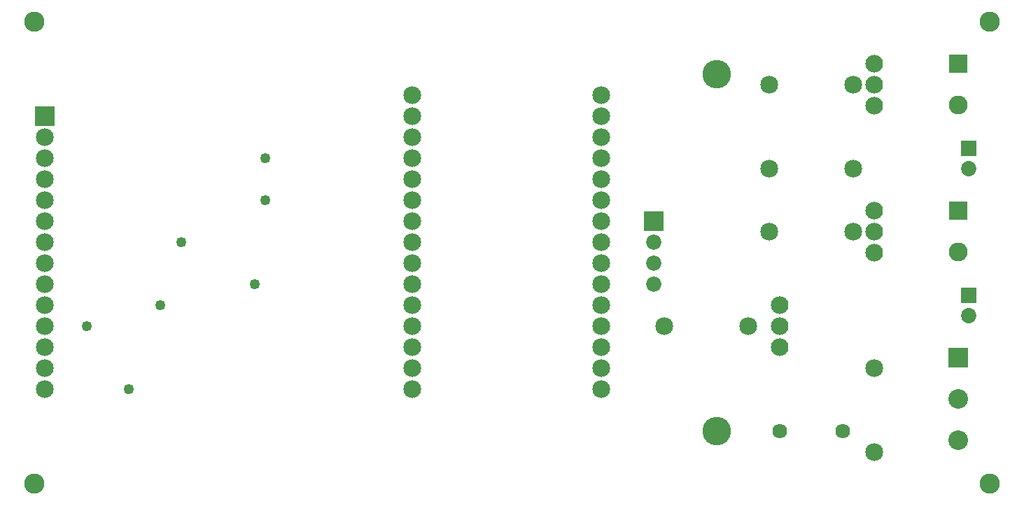
<source format=gbs>
G04 MADE WITH FRITZING*
G04 WWW.FRITZING.ORG*
G04 DOUBLE SIDED*
G04 HOLES PLATED*
G04 CONTOUR ON CENTER OF CONTOUR VECTOR*
%ASAXBY*%
%FSLAX23Y23*%
%MOIN*%
%OFA0B0*%
%SFA1.0B1.0*%
%ADD10C,0.049370*%
%ADD11C,0.072480*%
%ADD12C,0.096614*%
%ADD13C,0.135984*%
%ADD14C,0.070444*%
%ADD15C,0.093307*%
%ADD16C,0.085000*%
%ADD17C,0.084000*%
%ADD18C,0.057829*%
%ADD19C,0.090000*%
%ADD20C,0.072992*%
%ADD21C,0.084803*%
%ADD22R,0.093307X0.093307*%
%ADD23R,0.090000X0.090000*%
%ADD24R,0.072992X0.072992*%
%ADD25R,0.001000X0.001000*%
%LNMASK0*%
G90*
G70*
G54D10*
X719Y947D03*
X1219Y1647D03*
X819Y1247D03*
G54D11*
X3069Y1247D03*
X3069Y1147D03*
X3069Y1047D03*
X169Y947D03*
X169Y1047D03*
X169Y847D03*
X169Y647D03*
X169Y547D03*
X169Y1547D03*
X169Y1647D03*
X169Y1447D03*
X169Y1347D03*
X169Y1247D03*
X169Y1147D03*
X169Y1747D03*
X169Y746D03*
G54D10*
X1219Y1447D03*
X1169Y1047D03*
X569Y547D03*
X369Y847D03*
G54D12*
X119Y97D03*
X119Y2297D03*
X4669Y2297D03*
G54D13*
X3369Y2047D03*
X3369Y347D03*
G54D12*
X4669Y97D03*
G54D14*
X3969Y347D03*
X3669Y347D03*
G54D15*
X4519Y697D03*
X4519Y500D03*
X4519Y303D03*
G54D16*
X3619Y1597D03*
X4019Y1597D03*
G54D17*
X4119Y1897D03*
X4119Y1997D03*
X4119Y2097D03*
G54D18*
X1922Y1747D03*
X2819Y1947D03*
X2819Y1847D03*
X2819Y1747D03*
X2819Y1647D03*
X2819Y1547D03*
X1922Y1847D03*
X1922Y1947D03*
X1922Y1647D03*
X2819Y1447D03*
X2819Y1348D03*
X2819Y1248D03*
X2819Y1148D03*
X2819Y1048D03*
X2819Y948D03*
X2819Y848D03*
X2819Y748D03*
X2819Y649D03*
X2819Y549D03*
X1922Y1248D03*
X1922Y1148D03*
X1922Y1048D03*
X1922Y948D03*
X1922Y848D03*
X1922Y748D03*
X1922Y649D03*
X1922Y549D03*
X1922Y1547D03*
X1922Y1447D03*
X1922Y1348D03*
X1922Y1747D03*
X2819Y1947D03*
X2819Y1847D03*
X2819Y1747D03*
X2819Y1647D03*
X2819Y1547D03*
X1922Y1847D03*
X1922Y1947D03*
X1922Y1647D03*
X2819Y1447D03*
X2819Y1348D03*
X2819Y1248D03*
X2819Y1148D03*
X2819Y1048D03*
X2819Y948D03*
X2819Y848D03*
X2819Y748D03*
X2819Y649D03*
X2819Y549D03*
X1922Y1248D03*
X1922Y1148D03*
X1922Y1048D03*
X1922Y948D03*
X1922Y848D03*
X1922Y748D03*
X1922Y649D03*
X1922Y549D03*
X1922Y1547D03*
X1922Y1447D03*
X1922Y1348D03*
G54D17*
X4119Y1197D03*
X4119Y1297D03*
X4119Y1397D03*
X3669Y947D03*
X3669Y847D03*
X3669Y747D03*
G54D19*
X4519Y2097D03*
X4519Y1900D03*
X4519Y1397D03*
X4519Y1200D03*
G54D16*
X3519Y847D03*
X3119Y847D03*
X4019Y1297D03*
X3619Y1297D03*
X4019Y1997D03*
X3619Y1997D03*
X4119Y647D03*
X4119Y247D03*
G54D20*
X4569Y1695D03*
X4569Y1597D03*
X4569Y995D03*
X4569Y897D03*
G54D21*
X2819Y747D03*
X2819Y1247D03*
X2819Y947D03*
X2819Y547D03*
X2819Y647D03*
X2819Y847D03*
X2819Y1147D03*
X2819Y1047D03*
X1919Y1547D03*
X1919Y1647D03*
X1919Y547D03*
X1919Y1747D03*
X1919Y1847D03*
X169Y647D03*
X1919Y1947D03*
X169Y547D03*
X1919Y1447D03*
X1919Y647D03*
X1919Y747D03*
X1919Y1347D03*
X1919Y847D03*
X1919Y947D03*
X1919Y1247D03*
X1919Y1147D03*
X1919Y1047D03*
X169Y747D03*
X2819Y1947D03*
X2819Y1847D03*
X169Y847D03*
X2819Y1647D03*
X2819Y1747D03*
X2819Y1347D03*
X2819Y1547D03*
X2819Y1447D03*
X169Y1847D03*
X169Y1547D03*
X169Y1147D03*
X169Y947D03*
X169Y1047D03*
X169Y1347D03*
X169Y1247D03*
X169Y1647D03*
X169Y1447D03*
X169Y1747D03*
G54D22*
X4519Y697D03*
G54D23*
X4519Y2097D03*
X4519Y1397D03*
G54D24*
X4569Y1695D03*
X4569Y995D03*
G54D25*
X123Y1893D02*
X214Y1893D01*
X123Y1892D02*
X214Y1892D01*
X123Y1891D02*
X214Y1891D01*
X123Y1890D02*
X214Y1890D01*
X123Y1889D02*
X214Y1889D01*
X123Y1888D02*
X214Y1888D01*
X123Y1887D02*
X214Y1887D01*
X123Y1886D02*
X214Y1886D01*
X123Y1885D02*
X214Y1885D01*
X123Y1884D02*
X214Y1884D01*
X123Y1883D02*
X214Y1883D01*
X123Y1882D02*
X214Y1882D01*
X123Y1881D02*
X214Y1881D01*
X123Y1880D02*
X214Y1880D01*
X123Y1879D02*
X214Y1879D01*
X123Y1878D02*
X214Y1878D01*
X123Y1877D02*
X214Y1877D01*
X123Y1876D02*
X214Y1876D01*
X123Y1875D02*
X214Y1875D01*
X123Y1874D02*
X214Y1874D01*
X123Y1873D02*
X214Y1873D01*
X123Y1872D02*
X214Y1872D01*
X123Y1871D02*
X214Y1871D01*
X123Y1870D02*
X214Y1870D01*
X123Y1869D02*
X214Y1869D01*
X123Y1868D02*
X214Y1868D01*
X123Y1867D02*
X214Y1867D01*
X123Y1866D02*
X214Y1866D01*
X123Y1865D02*
X214Y1865D01*
X123Y1864D02*
X214Y1864D01*
X123Y1863D02*
X214Y1863D01*
X123Y1862D02*
X214Y1862D01*
X123Y1861D02*
X214Y1861D01*
X123Y1860D02*
X214Y1860D01*
X123Y1859D02*
X214Y1859D01*
X123Y1858D02*
X214Y1858D01*
X123Y1857D02*
X214Y1857D01*
X123Y1856D02*
X214Y1856D01*
X123Y1855D02*
X214Y1855D01*
X123Y1854D02*
X214Y1854D01*
X123Y1853D02*
X214Y1853D01*
X123Y1852D02*
X214Y1852D01*
X123Y1851D02*
X214Y1851D01*
X123Y1850D02*
X214Y1850D01*
X123Y1849D02*
X166Y1849D01*
X170Y1849D02*
X214Y1849D01*
X123Y1848D02*
X166Y1848D01*
X171Y1848D02*
X214Y1848D01*
X123Y1847D02*
X166Y1847D01*
X171Y1847D02*
X214Y1847D01*
X123Y1846D02*
X167Y1846D01*
X170Y1846D02*
X214Y1846D01*
X123Y1845D02*
X214Y1845D01*
X123Y1844D02*
X214Y1844D01*
X123Y1843D02*
X214Y1843D01*
X123Y1842D02*
X214Y1842D01*
X123Y1841D02*
X214Y1841D01*
X123Y1840D02*
X214Y1840D01*
X123Y1839D02*
X214Y1839D01*
X123Y1838D02*
X214Y1838D01*
X123Y1837D02*
X214Y1837D01*
X123Y1836D02*
X214Y1836D01*
X123Y1835D02*
X214Y1835D01*
X123Y1834D02*
X214Y1834D01*
X123Y1833D02*
X214Y1833D01*
X123Y1832D02*
X214Y1832D01*
X123Y1831D02*
X214Y1831D01*
X123Y1830D02*
X214Y1830D01*
X123Y1829D02*
X214Y1829D01*
X123Y1828D02*
X214Y1828D01*
X123Y1827D02*
X214Y1827D01*
X123Y1826D02*
X214Y1826D01*
X123Y1825D02*
X214Y1825D01*
X123Y1824D02*
X214Y1824D01*
X123Y1823D02*
X214Y1823D01*
X123Y1822D02*
X214Y1822D01*
X123Y1821D02*
X214Y1821D01*
X123Y1820D02*
X214Y1820D01*
X123Y1819D02*
X214Y1819D01*
X123Y1818D02*
X214Y1818D01*
X123Y1817D02*
X214Y1817D01*
X123Y1816D02*
X214Y1816D01*
X123Y1815D02*
X214Y1815D01*
X123Y1814D02*
X214Y1814D01*
X123Y1813D02*
X214Y1813D01*
X123Y1812D02*
X214Y1812D01*
X123Y1811D02*
X214Y1811D01*
X123Y1810D02*
X214Y1810D01*
X123Y1809D02*
X214Y1809D01*
X123Y1808D02*
X214Y1808D01*
X123Y1807D02*
X214Y1807D01*
X123Y1806D02*
X214Y1806D01*
X123Y1805D02*
X214Y1805D01*
X123Y1804D02*
X214Y1804D01*
X123Y1803D02*
X214Y1803D01*
X123Y1802D02*
X214Y1802D01*
X3023Y1393D02*
X3114Y1393D01*
X3023Y1392D02*
X3114Y1392D01*
X3023Y1391D02*
X3114Y1391D01*
X3023Y1390D02*
X3114Y1390D01*
X3023Y1389D02*
X3114Y1389D01*
X3023Y1388D02*
X3114Y1388D01*
X3023Y1387D02*
X3114Y1387D01*
X3023Y1386D02*
X3114Y1386D01*
X3023Y1385D02*
X3114Y1385D01*
X3023Y1384D02*
X3114Y1384D01*
X3023Y1383D02*
X3114Y1383D01*
X3023Y1382D02*
X3114Y1382D01*
X3023Y1381D02*
X3114Y1381D01*
X3023Y1380D02*
X3114Y1380D01*
X3023Y1379D02*
X3114Y1379D01*
X3023Y1378D02*
X3114Y1378D01*
X3023Y1377D02*
X3114Y1377D01*
X3023Y1376D02*
X3114Y1376D01*
X3023Y1375D02*
X3114Y1375D01*
X3023Y1374D02*
X3114Y1374D01*
X3023Y1373D02*
X3114Y1373D01*
X3023Y1372D02*
X3114Y1372D01*
X3023Y1371D02*
X3114Y1371D01*
X3023Y1370D02*
X3114Y1370D01*
X3023Y1369D02*
X3114Y1369D01*
X3023Y1368D02*
X3114Y1368D01*
X3023Y1367D02*
X3114Y1367D01*
X3023Y1366D02*
X3114Y1366D01*
X3023Y1365D02*
X3114Y1365D01*
X3023Y1364D02*
X3114Y1364D01*
X3023Y1363D02*
X3114Y1363D01*
X3023Y1362D02*
X3114Y1362D01*
X3023Y1361D02*
X3114Y1361D01*
X3023Y1360D02*
X3114Y1360D01*
X3023Y1359D02*
X3114Y1359D01*
X3023Y1358D02*
X3114Y1358D01*
X3023Y1357D02*
X3114Y1357D01*
X3023Y1356D02*
X3114Y1356D01*
X3023Y1355D02*
X3114Y1355D01*
X3023Y1354D02*
X3114Y1354D01*
X3023Y1353D02*
X3114Y1353D01*
X3023Y1352D02*
X3114Y1352D01*
X3023Y1351D02*
X3114Y1351D01*
X3023Y1350D02*
X3114Y1350D01*
X3023Y1349D02*
X3066Y1349D01*
X3070Y1349D02*
X3114Y1349D01*
X3023Y1348D02*
X3066Y1348D01*
X3071Y1348D02*
X3114Y1348D01*
X3023Y1347D02*
X3066Y1347D01*
X3071Y1347D02*
X3114Y1347D01*
X3023Y1346D02*
X3067Y1346D01*
X3070Y1346D02*
X3114Y1346D01*
X3023Y1345D02*
X3114Y1345D01*
X3023Y1344D02*
X3114Y1344D01*
X3023Y1343D02*
X3114Y1343D01*
X3023Y1342D02*
X3114Y1342D01*
X3023Y1341D02*
X3114Y1341D01*
X3023Y1340D02*
X3114Y1340D01*
X3023Y1339D02*
X3114Y1339D01*
X3023Y1338D02*
X3114Y1338D01*
X3023Y1337D02*
X3114Y1337D01*
X3023Y1336D02*
X3114Y1336D01*
X3023Y1335D02*
X3114Y1335D01*
X3023Y1334D02*
X3114Y1334D01*
X3023Y1333D02*
X3114Y1333D01*
X3023Y1332D02*
X3114Y1332D01*
X3023Y1331D02*
X3114Y1331D01*
X3023Y1330D02*
X3114Y1330D01*
X3023Y1329D02*
X3114Y1329D01*
X3023Y1328D02*
X3114Y1328D01*
X3023Y1327D02*
X3114Y1327D01*
X3023Y1326D02*
X3114Y1326D01*
X3023Y1325D02*
X3114Y1325D01*
X3023Y1324D02*
X3114Y1324D01*
X3023Y1323D02*
X3114Y1323D01*
X3023Y1322D02*
X3114Y1322D01*
X3023Y1321D02*
X3114Y1321D01*
X3023Y1320D02*
X3114Y1320D01*
X3023Y1319D02*
X3114Y1319D01*
X3023Y1318D02*
X3114Y1318D01*
X3023Y1317D02*
X3114Y1317D01*
X3023Y1316D02*
X3114Y1316D01*
X3023Y1315D02*
X3114Y1315D01*
X3023Y1314D02*
X3114Y1314D01*
X3023Y1313D02*
X3114Y1313D01*
X3023Y1312D02*
X3114Y1312D01*
X3023Y1311D02*
X3114Y1311D01*
X3023Y1310D02*
X3114Y1310D01*
X3023Y1309D02*
X3114Y1309D01*
X3023Y1308D02*
X3114Y1308D01*
X3023Y1307D02*
X3114Y1307D01*
X3023Y1306D02*
X3114Y1306D01*
X3023Y1305D02*
X3114Y1305D01*
X3023Y1304D02*
X3114Y1304D01*
X3023Y1303D02*
X3114Y1303D01*
X3023Y1302D02*
X3114Y1302D01*
D02*
G04 End of Mask0*
M02*
</source>
